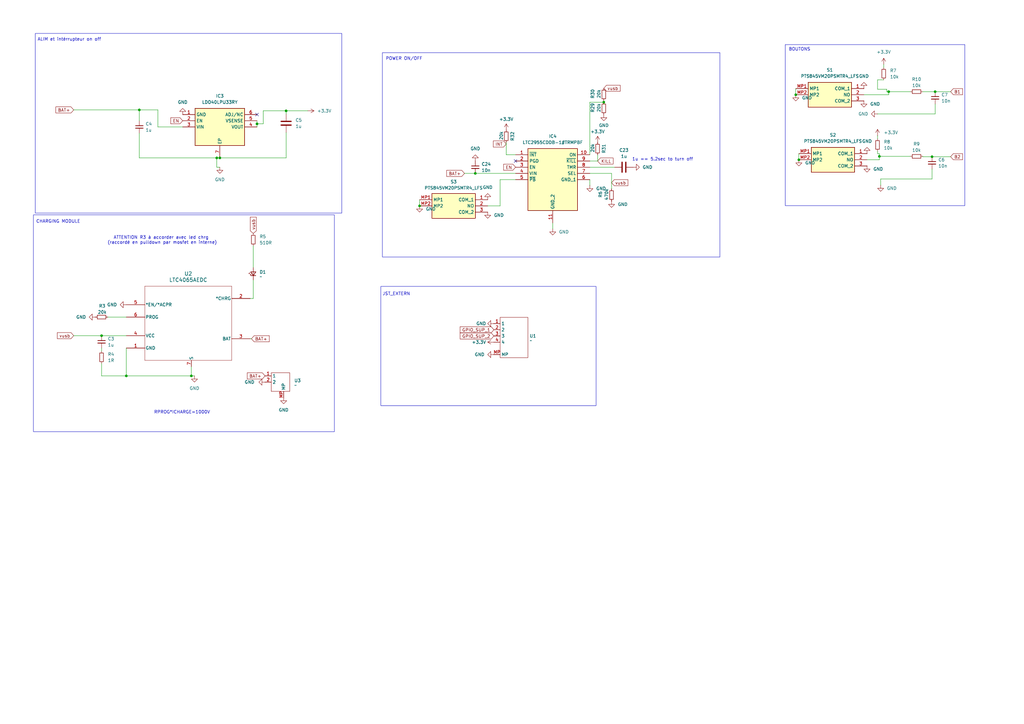
<source format=kicad_sch>
(kicad_sch (version 20250114) (generator "eeschema") (generator_version "9.0")
  (paper "A3")
  (lib_symbols
    (symbol "Device:C" (pin_numbers (hide yes)) (pin_names (offset 0.254))
      (property "Reference" "C" (at 0.635 2.54 0))
      (property "Value" "C" (at 0.635 -2.54 0))
      (symbol "C_0_1"
        (polyline (pts (xy -2.032 0.762) (xy 2.032 0.762)) (stroke (width 0.508)))
        (polyline (pts (xy -2.032 -0.762) (xy 2.032 -0.762)) (stroke (width 0.508)))
      )
      (symbol "C_1_1"
        (pin passive line (at 0 3.81 270) (length 2.794) (name "~") (number "1"))
        (pin passive line (at 0 -3.81 90) (length 2.794) (name "~") (number "2"))
      )
    )
    (symbol "Device:C_Small" (pin_numbers (hide yes)) (pin_names (offset 0.254) (hide yes))
      (property "Reference" "C" (at 0.254 1.778 0))
      (property "Value" "C_Small" (at 0.254 -2.032 0))
      (symbol "C_Small_0_1"
        (polyline (pts (xy -1.524 0.508) (xy 1.524 0.508)) (stroke (width 0.3048)))
        (polyline (pts (xy -1.524 -0.508) (xy 1.524 -0.508)) (stroke (width 0.3302)))
      )
      (symbol "C_Small_1_1"
        (pin passive line (at 0 2.54 270) (length 2.032) (name "~") (number "1"))
        (pin passive line (at 0 -2.54 90) (length 2.032) (name "~") (number "2"))
      )
    )
    (symbol "Device:LED_Small" (pin_numbers (hide yes)) (pin_names (offset 0.254) (hide yes))
      (property "Reference" "D" (at -1.27 3.175 0))
      (property "Value" "LED_Small" (at -4.445 -2.54 0))
      (symbol "LED_Small_0_1"
        (polyline (pts (xy -0.762 -1.016) (xy -0.762 1.016)) (stroke (width 0.254)))
        (polyline (pts (xy 0 0.762) (xy -0.508 1.27) (xy -0.254 1.27) (xy -0.508 1.27) (xy -0.508 1.016)))
        (polyline (pts (xy 0.508 1.27) (xy 0 1.778) (xy 0.254 1.778) (xy 0 1.778) (xy 0 1.524)))
        (polyline (pts (xy 0.762 -1.016) (xy -0.762 0) (xy 0.762 1.016) (xy 0.762 -1.016)) (stroke (width 0.254)))
        (polyline (pts (xy 1.016 0) (xy -0.762 0)))
      )
      (symbol "LED_Small_1_1"
        (pin passive line (at -2.54 0 0) (length 1.778) (name "K") (number "1"))
        (pin passive line (at 2.54 0 180) (length 1.778) (name "A") (number "2"))
      )
    )
    (symbol "Device:R_Small" (pin_numbers (hide yes)) (pin_names (offset 0.254) (hide yes))
      (property "Reference" "R" (at 0.762 0.508 0))
      (property "Value" "R_Small" (at 0.762 -1.016 0))
      (symbol "R_Small_0_1"
        (rectangle (start -0.762 1.778) (end 0.762 -1.778) (stroke (width 0.2032)))
      )
      (symbol "R_Small_1_1"
        (pin passive line (at 0 2.54 270) (length 0.762) (name "~") (number "1"))
        (pin passive line (at 0 -2.54 90) (length 0.762) (name "~") (number "2"))
      )
    )
    (symbol "LTC4065:LTC4065AEDC" (pin_names (offset 0.254))
      (property "Reference" "U2" (at 25.4 12.7 0))
      (property "Value" "LTC4065AEDC" (at 25.4 10.16 0))
      (symbol "LTC4065AEDC_0_1"
        (polyline (pts (xy 7.62 7.62) (xy 7.62 -22.86)) (stroke (width 0.127)))
        (polyline (pts (xy 7.62 -22.86) (xy 43.18 -22.86)) (stroke (width 0.127)))
        (polyline (pts (xy 43.18 7.62) (xy 7.62 7.62)) (stroke (width 0.127)))
        (polyline (pts (xy 43.18 -22.86) (xy 43.18 7.62)) (stroke (width 0.127)))
        (pin power_in line (at 0 -12.7 0) (length 7.62) (name "VCC") (number "4"))
        (pin power_in line (at 0 -17.78 0) (length 7.62) (name "GND") (number "1"))
      )
      (symbol "LTC4065AEDC_1_1"
        (pin free line (at 0 0 0) (length 7.62) (name "*EN/*ACPR") (number "5"))
        (pin free line (at 0 -5.08 0) (length 7.62) (name "PROG") (number "6"))
        (pin passive line (at 26.67 -25.4 90) (length 2.54) (name "S") (number "7"))
        (pin free line (at 50.8 2.54 180) (length 7.62) (name "*CHRG") (number "2"))
        (pin power_out line (at 50.8 -13.97 180) (length 7.62) (name "BAT") (number "3"))
      )
    )
    (symbol "fc_h7:jst_2PIN"
      (property "Reference" "U3" (at 15.748 -3.1749 0))
      (property "Value" "~" (at 15.748 -5.08 0))
      (symbol "jst_2PIN_0_1"
        (rectangle (start 6.35 0) (end 13.97 -7.62))
      )
      (symbol "jst_2PIN_1_1"
        (pin free line (at 3.81 -1.27 0) (length 2.54) (name "1") (number "1"))
        (pin free line (at 3.81 -3.81 0) (length 2.54) (name "2") (number "2"))
        (pin free line (at 11.43 -10.16 90) (length 2.54) (name "MP") (number "MP"))
      )
    )
    (symbol "fc_h7:jst_4_pin"
      (property "Reference" "U" (at 0 0 0))
      (symbol "jst_4_pin_0_1"
        (rectangle (start -6.35 2.54) (end 5.08 -13.97))
      )
      (symbol "jst_4_pin_1_1"
        (pin free line (at -8.89 0 0) (length 2.54) (name "1") (number "1"))
        (pin free line (at -8.89 -2.54 0) (length 2.54) (name "2") (number "2"))
        (pin free line (at -8.89 -5.08 0) (length 2.54) (name "3") (number "3"))
        (pin free line (at -8.89 -7.62 0) (length 2.54) (name "4") (number "4"))
        (pin free line (at -8.89 -12.7 0) (length 2.54) (name "MP") (number "MP"))
      )
    )
    (symbol "ldo40pury:LDO40LPU33RY"
      (property "Reference" "IC" (at 26.67 7.62 0))
      (property "Value" "LDO40LPU33RY" (at 26.67 5.08 0))
      (symbol "LDO40LPU33RY_1_1"
        (rectangle (start 5.08 2.54) (end 25.4 -12.7) (stroke (width 0.254)) (fill (type background)))
        (pin passive line (at 0 0 0) (length 5.08) (name "GND") (number "1"))
        (pin passive line (at 0 -2.54 0) (length 5.08) (name "EN") (number "2"))
        (pin passive line (at 0 -5.08 0) (length 5.08) (name "VIN") (number "3"))
        (pin passive line (at 15.24 -17.78 90) (length 5.08) (name "EP") (number "7"))
        (pin passive line (at 30.48 0 180) (length 5.08) (name "ADJ/NC") (number "6"))
        (pin passive line (at 30.48 -2.54 180) (length 5.08) (name "VSENSE") (number "5"))
        (pin passive line (at 30.48 -5.08 180) (length 5.08) (name "VOUT") (number "4"))
      )
    )
    (symbol "power:+3.3V" (power) (pin_numbers (hide yes)) (pin_names (offset 0) (hide yes))
      (property "Value" "+3.3V" (at 0 3.556 0))
      (symbol "+3.3V_0_1"
        (polyline (pts (xy -0.762 1.27) (xy 0 2.54)))
        (polyline (pts (xy 0 2.54) (xy 0.762 1.27)))
        (polyline (pts (xy 0 0) (xy 0 2.54)))
      )
      (symbol "+3.3V_1_1"
        (pin power_in line (at 0 0 90) (length 0) (name "~") (number "1"))
      )
    )
    (symbol "power:GND" (power) (pin_numbers (hide yes)) (pin_names (offset 0) (hide yes))
      (property "Value" "GND" (at 0 -3.81 0))
      (symbol "GND_0_1"
        (polyline (pts (xy 0 0) (xy 0 -1.27) (xy 1.27 -1.27) (xy 0 -2.54) (xy -1.27 -1.27) (xy 0 -1.27)))
      )
      (symbol "GND_1_1"
        (pin power_in line (at 0 0 270) (length 0) (name "~") (number "1"))
      )
    )
    (symbol "pts845:PTS845VM20PSMTR4_LFS"
      (property "Reference" "S" (at 24.13 7.62 0))
      (property "Value" "PTS845VM20PSMTR4_LFS" (at 24.13 5.08 0))
      (symbol "PTS845VM20PSMTR4_LFS_1_1"
        (rectangle (start 5.08 2.54) (end 22.86 -7.62) (stroke (width 0.254)) (fill (type background)))
        (pin passive line (at 0 0 0) (length 5.08) (name "MP1") (number "MP1"))
        (pin passive line (at 0 -2.54 0) (length 5.08) (name "MP2") (number "MP2"))
        (pin passive line (at 27.94 0 180) (length 5.08) (name "COM_1") (number "1"))
        (pin passive line (at 27.94 -2.54 180) (length 5.08) (name "NO") (number "2"))
        (pin passive line (at 27.94 -5.08 180) (length 5.08) (name "COM_2") (number "3"))
      )
    )
    (symbol "samacsys:LTC2955CDDB-2#TRMPBF"
      (property "Reference" "IC" (at 26.67 7.62 0))
      (property "Value" "LTC2955CDDB-1#TRMPBF" (at 26.67 5.08 0))
      (symbol "LTC2955CDDB-2#TRMPBF_1_1"
        (rectangle (start 5.08 2.54) (end 25.4 -22.86) (stroke (width 0.254)) (fill (type background)))
        (pin passive line (at 0 0 0) (length 5.08) (name "~{INT}") (number "1"))
        (pin passive line (at 0 -2.54 0) (length 5.08) (name "PGD") (number "2"))
        (pin passive line (at 0 -5.08 0) (length 5.08) (name "EN") (number "3"))
        (pin passive line (at 0 -7.62 0) (length 5.08) (name "VIN") (number "4"))
        (pin passive line (at 0 -10.16 0) (length 5.08) (name "~{PB}") (number "5"))
        (pin passive line (at 15.24 -27.94 90) (length 5.08) (name "GND_2") (number "11"))
        (pin passive line (at 30.48 0 180) (length 5.08) (name "ON") (number "10"))
        (pin passive line (at 30.48 -2.54 180) (length 5.08) (name "~{KILL}") (number "9"))
        (pin passive line (at 30.48 -5.08 180) (length 5.08) (name "TMR") (number "8"))
        (pin passive line (at 30.48 -7.62 180) (length 5.08) (name "SEL") (number "7"))
        (pin passive line (at 30.48 -10.16 180) (length 5.08) (name "GND_1") (number "6"))
      )
    )
  )
  (rectangle (start 156.21 117.475) (end 244.475 166.37))
  (rectangle (start 13.716 88.138) (end 137.16 177.038))
  (rectangle (start 322.072 18.288) (end 395.732 84.328))
  (rectangle (start 14.478 13.716) (end 140.208 87.376))
  (rectangle (start 156.845 21.59) (end 295.275 105.41))
  (text "ALIM et intérrupteur on off" (at 28.448 16.256 0) (effects (font (size 1.27 1.27))))
  (text "BOUTONS" (at 327.914 20.32 0) (effects (font (size 1.27 1.27))))
  (text "1u == 5.2sec to turn off" (at 271.78 65.405 0) (effects (font (size 1.27 1.27))))
  (text "JST_EXTERN" (at 162.56 120.65 0) (effects (font (size 1.27 1.27))))
  (text "POWER ON/OFF" (at 165.735 24.13 0) (effects (font (size 1.27 1.27))))
  (text "RPROG*ICHARGE=1000V" (at 74.676 169.164 0) (effects (font (size 1.27 1.27))))
  (text "ATTENTION R3 à accorder avec led chrg \n(raccordé en pulldown par mosfet en interne)\n" (at 66.548 98.552 0) (effects (font (size 1.27 1.27))))
  (text "CHARGING MODULE" (at 23.876 90.932 0) (effects (font (size 1.27 1.27))))
  (junction (at 194.945 71.12))
  (junction (at 41.656 137.668))
  (junction (at 117.348 45.466))
  (junction (at 105.41 50.8))
  (junction (at 326.39 38.862))
  (junction (at 383.54 37.592))
  (junction (at 78.486 154.178))
  (junction (at 247.65 41.91))
  (junction (at 382.27 64.262))
  (junction (at 88.9 64.77))
  (junction (at 57.15 45.085))
  (junction (at 172.085 84.455))
  (junction (at 327.66 65.532))
  (junction (at 90.17 64.77))
  (junction (at 364.49 37.592))
  (junction (at 360.68 64.135))
  (junction (at 51.816 154.178))
  (no_connect (at 105.41 46.99))
  (no_connect (at 211.455 66.04))
  (wire (pts (xy 51.816 142.748) (xy 51.816 154.178)))
  (wire (pts (xy 364.49 38.862) (xy 364.49 37.592)))
  (wire (pts (xy 41.656 149.098) (xy 41.656 154.178)))
  (wire (pts (xy 117.348 45.466) (xy 117.348 46.736)))
  (wire (pts (xy 382.27 69.342) (xy 382.27 73.406)))
  (wire (pts (xy 378.46 64.135) (xy 378.46 64.262)))
  (wire (pts (xy 105.41 50.8) (xy 105.41 52.07)))
  (wire (pts (xy 226.695 91.44) (xy 226.695 93.853)))
  (wire (pts (xy 64.77 52.07) (xy 74.93 52.07)))
  (wire (pts (xy 354.33 38.862) (xy 364.49 38.862)))
  (wire (pts (xy 250.825 71.12) (xy 241.935 71.12)))
  (wire (pts (xy 90.17 64.77) (xy 117.348 64.77)))
  (wire (pts (xy 247.65 41.275) (xy 247.65 41.91)))
  (wire (pts (xy 105.41 50.8) (xy 107.95 50.8)))
  (wire (pts (xy 57.15 64.77) (xy 88.9 64.77)))
  (wire (pts (xy 359.918 36.576) (xy 363.728 36.576)))
  (wire (pts (xy 359.918 32.766) (xy 359.918 36.576)))
  (wire (pts (xy 382.27 64.262) (xy 389.89 64.262)))
  (wire (pts (xy 78.486 154.178) (xy 79.756 154.178)))
  (wire (pts (xy 41.656 154.178) (xy 51.816 154.178)))
  (wire (pts (xy 41.656 137.668) (xy 51.816 137.668)))
  (wire (pts (xy 360.68 62.992) (xy 360.68 64.135)))
  (wire (pts (xy 103.886 100.838) (xy 103.886 109.728)))
  (wire (pts (xy 241.935 68.58) (xy 252.095 68.58)))
  (wire (pts (xy 383.54 37.592) (xy 389.89 37.592)))
  (wire (pts (xy 363.728 36.576) (xy 363.728 37.592)))
  (wire (pts (xy 205.105 73.66) (xy 205.105 84.455)))
  (wire (pts (xy 90.17 68.58) (xy 88.9 68.58)))
  (wire (pts (xy 241.935 41.91) (xy 247.65 41.91)))
  (wire (pts (xy 383.54 42.672) (xy 383.54 46.736)))
  (wire (pts (xy 102.616 138.938) (xy 103.124 138.938)))
  (wire (pts (xy 382.27 73.406) (xy 361.188 73.406)))
  (wire (pts (xy 359.918 46.736) (xy 383.54 46.736)))
  (wire (pts (xy 359.918 32.766) (xy 362.458 32.766)))
  (wire (pts (xy 326.39 36.322) (xy 326.39 38.862)))
  (wire (pts (xy 102.616 122.428) (xy 103.886 122.428)))
  (wire (pts (xy 241.935 63.5) (xy 241.935 41.91)))
  (wire (pts (xy 57.15 45.085) (xy 64.77 45.085)))
  (wire (pts (xy 250.825 77.47) (xy 250.825 71.12)))
  (wire (pts (xy 327.66 62.992) (xy 327.66 65.532)))
  (wire (pts (xy 378.46 37.592) (xy 383.54 37.592)))
  (wire (pts (xy 360.68 64.135) (xy 373.38 64.135)))
  (wire (pts (xy 362.458 27.686) (xy 362.458 26.416)))
  (wire (pts (xy 30.226 137.668) (xy 41.656 137.668)))
  (wire (pts (xy 245.11 66.04) (xy 241.935 66.04)))
  (wire (pts (xy 211.455 63.5) (xy 207.645 63.5)))
  (wire (pts (xy 360.68 64.135) (xy 360.68 65.532)))
  (wire (pts (xy 361.188 73.406) (xy 361.188 75.946)))
  (wire (pts (xy 363.728 37.592) (xy 364.49 37.592)))
  (wire (pts (xy 359.918 62.992) (xy 359.918 61.976)))
  (wire (pts (xy 364.49 37.592) (xy 373.38 37.592)))
  (wire (pts (xy 117.348 54.356) (xy 117.348 64.77)))
  (wire (pts (xy 355.6 65.532) (xy 360.68 65.532)))
  (wire (pts (xy 359.918 56.896) (xy 359.918 55.626)))
  (wire (pts (xy 172.085 81.915) (xy 172.085 84.455)))
  (wire (pts (xy 57.15 54.61) (xy 57.15 64.77)))
  (wire (pts (xy 241.935 73.66) (xy 241.935 76.073)))
  (wire (pts (xy 41.656 142.748) (xy 41.656 144.018)))
  (wire (pts (xy 360.68 62.992) (xy 359.918 62.992)))
  (wire (pts (xy 57.15 45.085) (xy 57.15 49.53)))
  (wire (pts (xy 107.95 45.466) (xy 117.348 45.466)))
  (wire (pts (xy 30.226 45.085) (xy 57.15 45.085)))
  (wire (pts (xy 105.41 49.53) (xy 105.41 50.8)))
  (wire (pts (xy 51.816 154.178) (xy 78.486 154.178)))
  (wire (pts (xy 190.5 71.12) (xy 194.945 71.12)))
  (wire (pts (xy 107.95 50.8) (xy 107.95 45.466)))
  (wire (pts (xy 194.945 71.12) (xy 211.455 71.12)))
  (wire (pts (xy 103.886 122.428) (xy 103.886 114.808)))
  (wire (pts (xy 64.77 52.07) (xy 64.77 45.085)))
  (wire (pts (xy 207.645 63.5) (xy 207.645 58.42)))
  (wire (pts (xy 211.455 73.66) (xy 205.105 73.66)))
  (wire (pts (xy 205.105 84.455) (xy 200.025 84.455)))
  (wire (pts (xy 44.196 130.048) (xy 51.816 130.048)))
  (wire (pts (xy 378.46 64.262) (xy 382.27 64.262)))
  (wire (pts (xy 78.486 150.368) (xy 78.486 154.178)))
  (wire (pts (xy 88.9 64.77) (xy 90.17 64.77)))
  (wire (pts (xy 117.348 45.466) (xy 126.238 45.466)))
  (wire (pts (xy 88.9 64.77) (xy 88.9 68.58)))
  (wire (pts (xy 245.11 63.5) (xy 245.11 66.04)))
  (global_label "vusb" (shape input) (at 247.65 36.195 0) (property "Intersheetrefs" "${INTERSHEET_REFS}" (effects (hide yes))))
  (global_label "vusb" (shape input) (at 103.886 95.758 90) (property "Intersheetrefs" "${INTERSHEET_REFS}" (effects (hide yes))))
  (global_label "BAT+" (shape input) (at 103.124 138.938 0) (property "Intersheetrefs" "${INTERSHEET_REFS}" (effects (hide yes))))
  (global_label "EN" (shape input) (at 211.455 68.58 180) (property "Intersheetrefs" "${INTERSHEET_REFS}" (effects (hide yes))))
  (global_label "BAT+" (shape input) (at 190.5 71.12 180) (property "Intersheetrefs" "${INTERSHEET_REFS}" (effects (hide yes))))
  (global_label "KILL" (shape input) (at 245.11 66.04 0) (property "Intersheetrefs" "${INTERSHEET_REFS}" (effects (hide yes))))
  (global_label "GPIO_SUP_1" (shape input) (at 202.565 135.255 180) (property "Intersheetrefs" "${INTERSHEET_REFS}" (effects (hide yes))))
  (global_label "EN" (shape input) (at 74.93 49.53 180) (property "Intersheetrefs" "${INTERSHEET_REFS}" (effects (hide yes))))
  (global_label "BAT+" (shape input) (at 30.226 45.085 180) (property "Intersheetrefs" "${INTERSHEET_REFS}" (effects (hide yes))))
  (global_label "B2" (shape input) (at 389.89 64.262 0) (property "Intersheetrefs" "${INTERSHEET_REFS}" (effects (hide yes))))
  (global_label "GPIO_SUP_2" (shape input) (at 202.565 137.795 180) (property "Intersheetrefs" "${INTERSHEET_REFS}" (effects (hide yes))))
  (global_label "INT" (shape input) (at 207.645 59.055 180) (property "Intersheetrefs" "${INTERSHEET_REFS}" (effects (hide yes))))
  (global_label "vusb" (shape input) (at 30.226 137.668 180) (property "Intersheetrefs" "${INTERSHEET_REFS}" (effects (hide yes))))
  (global_label "BAT+" (shape input) (at 108.712 154.178 180) (property "Intersheetrefs" "${INTERSHEET_REFS}" (effects (hide yes))))
  (global_label "vusb" (shape input) (at 250.825 74.93 0) (property "Intersheetrefs" "${INTERSHEET_REFS}" (effects (hide yes))))
  (global_label "B1" (shape input) (at 389.89 37.592 0) (property "Intersheetrefs" "${INTERSHEET_REFS}" (effects (hide yes))))
  (symbol (lib_id "power:GND") (at 108.712 156.718 270) (unit 1)
    (property "Reference" "#PWR061" (effects (hide yes)))
    (property "Value" "GND" (at 104.394 156.7179 90) (effects (justify right)))
    (property "Description" "Power symbol creates a global label with name \"GND\" , ground" (effects (hide yes)))
  )
  (symbol (lib_id "pts845:PTS845VM20PSMTR4_LFS") (at 327.66 62.992 0) (unit 1)
    (property "Reference" "S2" (at 341.63 55.372 0))
    (property "Value" "PTS845VM20PSMTR4_LFS" (at 341.63 57.912 0))
    (property "Footprint" "samacsys:PTS845VM20PSMTR4LFS" (effects (hide yes)))
    (property "Datasheet" "https://www.ckswitches.com/media/3009/pts845.pdf" (effects (hide yes)))
    (property "Description" "Tactile Switches 50mA 12VDC, 80gf, Grey Actuator" (effects (hide yes)))
    (property "Height" "3.3" (effects (hide yes)))
    (property "Manufacturer_Name" "C & K COMPONENTS" (effects (hide yes)))
    (property "Manufacturer_Part_Number" "PTS845VM20PSMTR4 LFS" (effects (hide yes)))
    (property "Mouser Part Number" "611-PTS845VM20PSMTR4" (effects (hide yes)))
    (property "Mouser Price/Stock" "https://www.mouser.co.uk/ProductDetail/CK/PTS845VM20PSMTR4-LFS?qs=81r%252BiQLm7BQxQDX8di0zbw%3D%3D" (effects (hide yes)))
    (property "Arrow Part Number" "PTS845VM20PSMTR4 LFS" (effects (hide yes)))
    (property "Arrow Price/Stock" "https://www.arrow.com/en/products/pts845vm20psmtr4lfs/ck?region=nac" (effects (hide yes)))
  )
  (symbol (lib_id "power:GND") (at 354.33 41.402 0) (unit 1)
    (property "Reference" "#PWR058" (effects (hide yes)))
    (property "Value" "GND" (at 356.87 42.6719 0) (effects (justify left)))
    (property "Description" "Power symbol creates a global label with name \"GND\" , ground" (effects (hide yes)))
  )
  (symbol (lib_id "power:GND") (at 194.945 66.04 180) (unit 1)
    (property "Reference" "#PWR076" (effects (hide yes)))
    (property "Value" "GND" (at 194.945 60.96 0))
    (property "Description" "Power symbol creates a global label with name \"GND\" , ground" (effects (hide yes)))
  )
  (symbol (lib_id "power:GND") (at 226.695 93.853 0) (unit 1)
    (property "Reference" "#PWR066" (effects (hide yes)))
    (property "Value" "GND" (at 229.235 95.1229 0) (effects (justify left)))
    (property "Description" "Power symbol creates a global label with name \"GND\" , ground" (effects (hide yes)))
  )
  (symbol (lib_id "power:GND") (at 202.565 132.715 270) (unit 1)
    (property "Reference" "#PWR080" (effects (hide yes)))
    (property "Value" "GND" (at 199.39 132.7149 90) (effects (justify right)))
    (property "Description" "Power symbol creates a global label with name \"GND\" , ground" (effects (hide yes)))
  )
  (symbol (lib_id "Device:R_Small") (at 103.886 98.298 0) (unit 1)
    (property "Reference" "R5" (at 106.426 97.0279 0) (effects (justify left)))
    (property "Value" "510R" (at 106.426 99.5679 0) (effects (justify left)))
    (property "Footprint" "Resistor_SMD:R_0201_0603Metric" (effects (hide yes)))
    (property "Description" "Resistor, small symbol" (effects (hide yes)))
  )
  (symbol (lib_id "power:GND") (at 241.935 76.073 0) (unit 1)
    (property "Reference" "#PWR067" (effects (hide yes)))
    (property "Value" "GND" (at 244.475 77.3429 0) (effects (justify left)))
    (property "Description" "Power symbol creates a global label with name \"GND\" , ground" (effects (hide yes)))
  )
  (symbol (lib_id "power:GND") (at 39.116 130.048 270) (unit 1)
    (property "Reference" "#PWR02" (effects (hide yes)))
    (property "Value" "GND" (at 35.306 130.0479 90) (effects (justify right)))
    (property "Description" "Power symbol creates a global label with name \"GND\" , ground" (effects (hide yes)))
  )
  (symbol (lib_id "power:GND") (at 79.756 154.178 0) (unit 1)
    (property "Reference" "#PWR04" (effects (hide yes)))
    (property "Value" "GND" (at 79.756 159.258 0))
    (property "Description" "Power symbol creates a global label with name \"GND\" , ground" (effects (hide yes)))
  )
  (symbol (lib_id "power:GND") (at 200.025 81.915 180) (unit 1)
    (property "Reference" "#PWR074" (effects (hide yes)))
    (property "Value" "GND" (at 200.025 76.835 0))
    (property "Description" "Power symbol creates a global label with name \"GND\" , ground" (effects (hide yes)))
  )
  (symbol (lib_id "power:+3.3V") (at 202.565 140.335 90) (unit 1)
    (property "Reference" "#PWR09" (effects (hide yes)))
    (property "Value" "+3.3V" (at 199.39 140.3349 90) (effects (justify left)))
    (property "Description" "Power symbol creates a global label with name \"+3.3V\"" (effects (hide yes)))
  )
  (symbol (lib_id "power:GND") (at 247.65 46.99 0) (unit 1)
    (property "Reference" "#PWR078" (effects (hide yes)))
    (property "Value" "GND" (at 247.65 51.435 0))
    (property "Description" "Power symbol creates a global label with name \"GND\" , ground" (effects (hide yes)))
  )
  (symbol (lib_id "Device:R_Small") (at 245.11 60.96 180) (unit 1)
    (property "Reference" "R31" (at 247.65 60.96 90))
    (property "Value" "20k" (at 243.078 60.706 90))
    (property "Footprint" "Resistor_SMD:R_0201_0603Metric" (effects (hide yes)))
    (property "Description" "Resistor, small symbol" (effects (hide yes)))
  )
  (symbol (lib_id "power:GND") (at 116.332 163.068 0) (unit 1)
    (property "Reference" "#PWR036" (effects (hide yes)))
    (property "Value" "GND" (at 116.332 168.148 0))
    (property "Description" "Power symbol creates a global label with name \"GND\" , ground" (effects (hide yes)))
  )
  (symbol (lib_id "Device:R_Small") (at 375.92 37.592 90) (unit 1)
    (property "Reference" "R10" (at 375.92 32.512 90))
    (property "Value" "10k" (at 375.92 35.052 90))
    (property "Footprint" "Resistor_SMD:R_0201_0603Metric" (effects (hide yes)))
    (property "Description" "Resistor, small symbol" (effects (hide yes)))
  )
  (symbol (lib_id "fc_h7:jst_2PIN") (at 104.902 152.908 0) (unit 1)
    (property "Reference" "U3" (at 120.65 156.0829 0) (effects (justify left)))
    (property "Value" "~" (at 120.65 157.988 0) (effects (justify left)))
    (property "Footprint" "Connector_JST:JST_SH_BM02B-SRSS-TB_1x02-1MP_P1.00mm_Vertical" (effects (hide yes)))
  )
  (symbol (lib_id "Device:C_Small") (at 383.54 40.132 0) (unit 1)
    (property "Reference" "C7" (at 386.08 38.8682 0) (effects (justify left)))
    (property "Value" "10n" (at 386.08 41.4082 0) (effects (justify left)))
    (property "Footprint" "Capacitor_SMD:C_0201_0603Metric" (effects (hide yes)))
    (property "Description" "Unpolarized capacitor, small symbol" (effects (hide yes)))
  )
  (symbol (lib_id "power:GND") (at 259.715 68.58 90) (unit 1)
    (property "Reference" "#PWR075" (effects (hide yes)))
    (property "Value" "GND" (at 263.525 68.5799 90) (effects (justify right)))
    (property "Description" "Power symbol creates a global label with name \"GND\" , ground" (effects (hide yes)))
  )
  (symbol (lib_id "power:GND") (at 354.33 36.322 180) (unit 1)
    (property "Reference" "#PWR059" (effects (hide yes)))
    (property "Value" "GND" (at 354.33 31.242 0))
    (property "Description" "Power symbol creates a global label with name \"GND\" , ground" (effects (hide yes)))
  )
  (symbol (lib_id "power:GND") (at 202.565 145.415 270) (unit 1)
    (property "Reference" "#PWR081" (effects (hide yes)))
    (property "Value" "GND" (at 198.755 145.4149 90) (effects (justify right)))
    (property "Description" "Power symbol creates a global label with name \"GND\" , ground" (effects (hide yes)))
  )
  (symbol (lib_id "power:+3.3V") (at 126.238 45.466 270) (unit 1)
    (property "Reference" "#PWR06" (effects (hide yes)))
    (property "Value" "+3.3V" (at 130.048 45.4659 90) (effects (justify left)))
    (property "Description" "Power symbol creates a global label with name \"+3.3V\"" (effects (hide yes)))
  )
  (symbol (lib_id "Device:R_Small") (at 41.656 130.048 90) (unit 1)
    (property "Reference" "R3" (at 41.91 125.476 90))
    (property "Value" "20k" (at 41.91 128.016 90))
    (property "Footprint" "Resistor_SMD:R_0201_0603Metric" (effects (hide yes)))
    (property "Description" "Resistor, small symbol" (effects (hide yes)))
  )
  (symbol (lib_id "pts845:PTS845VM20PSMTR4_LFS") (at 172.085 81.915 0) (unit 1)
    (property "Reference" "S3" (at 186.055 74.549 0))
    (property "Value" "PTS845VM20PSMTR4_LFS" (at 186.055 77.089 0))
    (property "Footprint" "samacsys:PTS845VM20PSMTR4LFS" (effects (hide yes)))
    (property "Datasheet" "https://www.ckswitches.com/media/3009/pts845.pdf" (effects (hide yes)))
    (property "Description" "Tactile Switches 50mA 12VDC, 80gf, Grey Actuator" (effects (hide yes)))
    (property "Height" "3.3" (effects (hide yes)))
    (property "Manufacturer_Name" "C & K COMPONENTS" (effects (hide yes)))
    (property "Manufacturer_Part_Number" "PTS845VM20PSMTR4 LFS" (effects (hide yes)))
    (property "Mouser Part Number" "611-PTS845VM20PSMTR4" (effects (hide yes)))
    (property "Mouser Price/Stock" "https://www.mouser.co.uk/ProductDetail/CK/PTS845VM20PSMTR4-LFS?qs=81r%252BiQLm7BQxQDX8di0zbw%3D%3D" (effects (hide yes)))
    (property "Arrow Part Number" "PTS845VM20PSMTR4 LFS" (effects (hide yes)))
    (property "Arrow Price/Stock" "https://www.arrow.com/en/products/pts845vm20psmtr4lfs/ck?region=nac" (effects (hide yes)))
  )
  (symbol (lib_id "Device:R_Small") (at 207.645 55.88 180) (unit 1)
    (property "Reference" "R32" (at 210.185 55.88 90))
    (property "Value" "20k" (at 205.613 55.626 90))
    (property "Footprint" "Resistor_SMD:R_0201_0603Metric" (effects (hide yes)))
    (property "Description" "Resistor, small symbol" (effects (hide yes)))
  )
  (symbol (lib_id "power:GND") (at 326.39 38.862 0) (unit 1)
    (property "Reference" "#PWR060" (effects (hide yes)))
    (property "Value" "GND" (at 328.93 40.1319 0) (effects (justify left)))
    (property "Description" "Power symbol creates a global label with name \"GND\" , ground" (effects (hide yes)))
  )
  (symbol (lib_id "power:+3.3V") (at 362.458 26.416 0) (unit 1)
    (property "Reference" "#PWR013" (effects (hide yes)))
    (property "Value" "+3.3V" (at 362.458 21.336 0))
    (property "Description" "Power symbol creates a global label with name \"+3.3V\"" (effects (hide yes)))
  )
  (symbol (lib_id "Device:R_Small") (at 375.92 64.135 90) (unit 1)
    (property "Reference" "R9" (at 375.92 59.055 90))
    (property "Value" "10k" (at 375.92 61.595 90))
    (property "Footprint" "Resistor_SMD:R_0201_0603Metric" (effects (hide yes)))
    (property "Description" "Resistor, small symbol" (effects (hide yes)))
  )
  (symbol (lib_id "power:+3.3V") (at 245.11 58.42 0) (unit 1)
    (property "Reference" "#PWR07" (effects (hide yes)))
    (property "Value" "+3.3V" (at 245.11 53.975 0))
    (property "Description" "Power symbol creates a global label with name \"+3.3V\"" (effects (hide yes)))
  )
  (symbol (lib_id "Device:C_Small") (at 57.15 52.07 0) (unit 1)
    (property "Reference" "C4" (at 59.69 50.8062 0) (effects (justify left)))
    (property "Value" "1u" (at 59.69 53.3462 0) (effects (justify left)))
    (property "Footprint" "Capacitor_SMD:C_0402_1005Metric" (effects (hide yes)))
    (property "Description" "Unpolarized capacitor, small symbol" (effects (hide yes)))
  )
  (symbol (lib_id "power:GND") (at 355.6 62.992 180) (unit 1)
    (property "Reference" "#PWR057" (effects (hide yes)))
    (property "Value" "GND" (at 355.6 57.912 0))
    (property "Description" "Power symbol creates a global label with name \"GND\" , ground" (effects (hide yes)))
  )
  (symbol (lib_id "power:+3.3V") (at 207.645 53.34 0) (unit 1)
    (property "Reference" "#PWR08" (effects (hide yes)))
    (property "Value" "+3.3V" (at 207.645 48.895 0))
    (property "Description" "Power symbol creates a global label with name \"+3.3V\"" (effects (hide yes)))
  )
  (symbol (lib_id "Device:C") (at 255.905 68.58 90) (unit 1)
    (property "Reference" "C23" (at 255.905 61.595 90))
    (property "Value" "1u" (at 255.905 64.135 90))
    (property "Footprint" "Capacitor_SMD:C_0402_1005Metric" (effects (hide yes)))
    (property "Description" "Unpolarized capacitor" (effects (hide yes)))
  )
  (symbol (lib_id "power:GND") (at 90.17 68.58 0) (unit 1)
    (property "Reference" "#PWR05" (effects (hide yes)))
    (property "Value" "GND" (at 90.17 73.66 0))
    (property "Description" "Power symbol creates a global label with name \"GND\" , ground" (effects (hide yes)))
  )
  (symbol (lib_id "Device:LED_Small") (at 103.886 112.268 90) (unit 1)
    (property "Reference" "D1" (at 106.426 111.5694 90) (effects (justify right)))
    (property "Value" "~" (at 106.426 113.4745 90) (effects (justify right)))
    (property "Footprint" "LED_SMD:LED_0402_1005Metric" (effects (hide yes)))
    (property "Description" "Light emitting diode, small symbol" (effects (hide yes)))
  )
  (symbol (lib_id "samacsys:LTC2955CDDB-2#TRMPBF") (at 211.455 63.5 0) (unit 1)
    (property "Reference" "IC4" (at 226.695 55.88 0))
    (property "Value" "LTC2955CDDB-1#TRMPBF" (at 226.695 58.42 0))
    (property "Footprint" "samacsys:SON50P200X300X80-11N-D" (effects (hide yes)))
    (property "Datasheet" "https://datasheet.datasheetarchive.com/originals/distributors/Datasheets-SFU1/DSASFU10008450.pdf" (effects (hide yes)))
    (property "Description" "Pushbutton On/Off Controller with Automatic Turn-On" (effects (hide yes)))
    (property "Height" "0.8" (effects (hide yes)))
    (property "Manufacturer_Name" "Analog Devices" (effects (hide yes)))
    (property "Manufacturer_Part_Number" "LTC2955CDDB-2#TRMPBF" (effects (hide yes)))
    (property "Mouser Part Number" "584-C2955CDDB-2TMPF" (effects (hide yes)))
    (property "Mouser Price/Stock" "https://www.mouser.co.uk/ProductDetail/Analog-Devices/LTC2955CDDB-2TRMPBF?qs=hVkxg5c3xu85EnUZHVDmnw%3D%3D" (effects (hide yes)))
    (property "Arrow Part Number" "LTC2955CDDB-2#TRMPBF" (effects (hide yes)))
    (property "Arrow Price/Stock" "https://www.arrow.com/en/products/ltc2955cddb-2trmpbf/linear-technology" (effects (hide yes)))
  )
  (symbol (lib_id "power:GND") (at 355.6 68.072 0) (unit 1)
    (property "Reference" "#PWR055" (effects (hide yes)))
    (property "Value" "GND" (at 358.14 69.3419 0) (effects (justify left)))
    (property "Description" "Power symbol creates a global label with name \"GND\" , ground" (effects (hide yes)))
  )
  (symbol (lib_id "power:GND") (at 74.93 46.99 180) (unit 1)
    (property "Reference" "#PWR054" (effects (hide yes)))
    (property "Value" "GND" (at 74.93 41.91 0))
    (property "Description" "Power symbol creates a global label with name \"GND\" , ground" (effects (hide yes)))
  )
  (symbol (lib_id "Device:C_Small") (at 41.656 140.208 0) (unit 1)
    (property "Reference" "C3" (at 44.196 138.9442 0) (effects (justify left)))
    (property "Value" "1u" (at 44.196 141.4842 0) (effects (justify left)))
    (property "Footprint" "Capacitor_SMD:C_0402_1005Metric" (effects (hide yes)))
    (property "Description" "Unpolarized capacitor, small symbol" (effects (hide yes)))
  )
  (symbol (lib_id "power:GND") (at 250.825 82.55 0) (unit 1)
    (property "Reference" "#PWR077" (effects (hide yes)))
    (property "Value" "GND" (at 253.365 83.8199 0) (effects (justify left)))
    (property "Description" "Power symbol creates a global label with name \"GND\" , ground" (effects (hide yes)))
  )
  (symbol (lib_id "power:GND") (at 359.918 46.736 270) (unit 1)
    (property "Reference" "#PWR012" (effects (hide yes)))
    (property "Value" "GND" (at 356.108 46.7359 90) (effects (justify right)))
    (property "Description" "Power symbol creates a global label with name \"GND\" , ground" (effects (hide yes)))
  )
  (symbol (lib_id "pts845:PTS845VM20PSMTR4_LFS") (at 326.39 36.322 0) (unit 1)
    (property "Reference" "S1" (at 340.36 28.702 0))
    (property "Value" "PTS845VM20PSMTR4_LFS" (at 340.36 31.242 0))
    (property "Footprint" "samacsys:PTS845VM20PSMTR4LFS" (effects (hide yes)))
    (property "Datasheet" "https://www.ckswitches.com/media/3009/pts845.pdf" (effects (hide yes)))
    (property "Description" "Tactile Switches 50mA 12VDC, 80gf, Grey Actuator" (effects (hide yes)))
    (property "Height" "3.3" (effects (hide yes)))
    (property "Manufacturer_Name" "C & K COMPONENTS" (effects (hide yes)))
    (property "Manufacturer_Part_Number" "PTS845VM20PSMTR4 LFS" (effects (hide yes)))
    (property "Mouser Part Number" "611-PTS845VM20PSMTR4" (effects (hide yes)))
    (property "Mouser Price/Stock" "https://www.mouser.co.uk/ProductDetail/CK/PTS845VM20PSMTR4-LFS?qs=81r%252BiQLm7BQxQDX8di0zbw%3D%3D" (effects (hide yes)))
    (property "Arrow Part Number" "PTS845VM20PSMTR4 LFS" (effects (hide yes)))
    (property "Arrow Price/Stock" "https://www.arrow.com/en/products/pts845vm20psmtr4lfs/ck?region=nac" (effects (hide yes)))
  )
  (symbol (lib_id "power:GND") (at 200.025 86.995 0) (unit 1)
    (property "Reference" "#PWR073" (effects (hide yes)))
    (property "Value" "GND" (at 202.565 88.2649 0) (effects (justify left)))
    (property "Description" "Power symbol creates a global label with name \"GND\" , ground" (effects (hide yes)))
  )
  (symbol (lib_id "fc_h7:jst_4_pin") (at 211.455 132.715 0) (unit 1)
    (property "Reference" "U1" (at 217.17 137.7949 0) (effects (justify left)))
    (property "Value" "~" (at 217.17 139.7 0) (effects (justify left)))
    (property "Footprint" "Connector_JST:JST_GH_SM04B-GHS-TB_1x04-1MP_P1.25mm_Horizontal" (effects (hide yes)))
  )
  (symbol (lib_id "power:GND") (at 327.66 65.532 0) (unit 1)
    (property "Reference" "#PWR056" (effects (hide yes)))
    (property "Value" "GND" (at 330.2 66.8019 0) (effects (justify left)))
    (property "Description" "Power symbol creates a global label with name \"GND\" , ground" (effects (hide yes)))
  )
  (symbol (lib_id "Device:C_Small") (at 194.945 68.58 0) (unit 1)
    (property "Reference" "C24" (at 197.485 67.3162 0) (effects (justify left)))
    (property "Value" "10n" (at 197.485 69.8562 0) (effects (justify left)))
    (property "Footprint" "Capacitor_SMD:C_0201_0603Metric" (effects (hide yes)))
    (property "Description" "Unpolarized capacitor, small symbol" (effects (hide yes)))
  )
  (symbol (lib_id "Device:R_Small") (at 247.65 44.45 180) (unit 1)
    (property "Reference" "R29" (at 243.078 44.196 90))
    (property "Value" "20k" (at 245.618 44.196 90))
    (property "Footprint" "Resistor_SMD:R_0201_0603Metric" (effects (hide yes)))
    (property "Description" "Resistor, small symbol" (effects (hide yes)))
  )
  (symbol (lib_id "Device:C_Small") (at 382.27 66.802 0) (unit 1)
    (property "Reference" "C6" (at 384.81 65.5382 0) (effects (justify left)))
    (property "Value" "10n" (at 384.81 68.0782 0) (effects (justify left)))
    (property "Footprint" "Capacitor_SMD:C_0201_0603Metric" (effects (hide yes)))
    (property "Description" "Unpolarized capacitor, small symbol" (effects (hide yes)))
  )
  (symbol (lib_id "LTC4065:LTC4065AEDC") (at 51.816 124.968 0) (unit 1)
    (property "Reference" "U2" (at 77.216 112.268 0) (effects (font (size 1.524 1.524))))
    (property "Value" "LTC4065AEDC" (at 77.216 114.808 0) (effects (font (size 1.524 1.524))))
    (property "Footprint" "ltc4065:DFN-6_DC_LIT" (effects (hide yes)))
    (property "Datasheet" "https://www.analog.com/media/en/technical-documentation/data-sheets/4065fb.pdf" (effects (hide yes)))
    (property "Description" "LTC4065AEDC" (effects (hide yes)))
  )
  (symbol (lib_id "Device:R_Small") (at 362.458 30.226 0) (unit 1)
    (property "Reference" "R7" (at 364.998 28.9559 0) (effects (justify left)))
    (property "Value" "10k" (at 364.998 31.4959 0) (effects (justify left)))
    (property "Footprint" "Resistor_SMD:R_0201_0603Metric" (effects (hide yes)))
    (property "Description" "Resistor, small symbol" (effects (hide yes)))
  )
  (symbol (lib_id "power:GND") (at 172.085 84.455 0) (unit 1)
    (property "Reference" "#PWR065" (effects (hide yes)))
    (property "Value" "GND" (at 174.625 85.7249 0) (effects (justify left)))
    (property "Description" "Power symbol creates a global label with name \"GND\" , ground" (effects (hide yes)))
  )
  (symbol (lib_id "ldo40pury:LDO40LPU33RY") (at 74.93 46.99 0) (unit 1)
    (property "Reference" "IC3" (at 90.17 39.37 0))
    (property "Value" "LDO40LPU33RY" (at 90.17 41.91 0))
    (property "Footprint" "ldo40pury:SON95P300X300X90-7N-D" (effects (hide yes)))
    (property "Datasheet" "https://www.st.com/resource/en/datasheet/ldo40l.pdf" (effects (hide yes)))
    (property "Description" "LDO Voltage Regulators POWER MANAGEMENT" (effects (hide yes)))
    (property "Height" "0.9" (effects (hide yes)))
    (property "Manufacturer_Name" "STMicroelectronics" (effects (hide yes)))
    (property "Manufacturer_Part_Number" "LDO40LPU33RY" (effects (hide yes)))
    (property "Mouser Part Number" "511-LDO40LPU33RY" (effects (hide yes)))
    (property "Mouser Price/Stock" "https://www.mouser.co.uk/ProductDetail/STMicroelectronics/LDO40LPU33RY?qs=qSfuJ%252Bfl%2Fd5qazWclm%2Ffpg%3D%3D" (effects (hide yes)))
    (property "Arrow Part Number" "LDO40LPU33RY" (effects (hide yes)))
    (property "Arrow Price/Stock" "https://www.arrow.com/en/products/ldo40lpu33ry/stmicroelectronics?utm_currency=USD&region=europe" (effects (hide yes)))
  )
  (symbol (lib_id "power:GND") (at 361.188 75.946 0) (unit 1)
    (property "Reference" "#PWR015" (effects (hide yes)))
    (property "Value" "GND" (at 363.728 77.2159 0) (effects (justify left)))
    (property "Description" "Power symbol creates a global label with name \"GND\" , ground" (effects (hide yes)))
  )
  (symbol (lib_id "Device:R_Small") (at 250.825 80.01 180) (unit 1)
    (property "Reference" "R6" (at 246.253 79.756 90))
    (property "Value" "470k" (at 248.793 79.756 90))
    (property "Footprint" "Resistor_SMD:R_0201_0603Metric" (effects (hide yes)))
    (property "Description" "Resistor, small symbol" (effects (hide yes)))
  )
  (symbol (lib_id "power:GND") (at 51.816 124.968 270) (unit 1)
    (property "Reference" "#PWR03" (effects (hide yes)))
    (property "Value" "GND" (at 48.006 124.9679 90) (effects (justify right)))
    (property "Description" "Power symbol creates a global label with name \"GND\" , ground" (effects (hide yes)))
  )
  (symbol (lib_id "Device:R_Small") (at 41.656 146.558 0) (unit 1)
    (property "Reference" "R4" (at 44.196 145.2879 0) (effects (justify left)))
    (property "Value" "1R" (at 44.196 147.8279 0) (effects (justify left)))
    (property "Footprint" "Resistor_SMD:R_0201_0603Metric" (effects (hide yes)))
    (property "Description" "Resistor, small symbol" (effects (hide yes)))
  )
  (symbol (lib_id "power:+3.3V") (at 359.918 55.626 0) (unit 1)
    (property "Reference" "#PWR014" (effects (hide yes)))
    (property "Value" "+3.3V" (at 362.458 54.3559 0) (effects (justify left)))
    (property "Description" "Power symbol creates a global label with name \"+3.3V\"" (effects (hide yes)))
  )
  (symbol (lib_id "Device:R_Small") (at 359.918 59.436 0) (unit 1)
    (property "Reference" "R8" (at 362.458 58.1659 0) (effects (justify left)))
    (property "Value" "10k" (at 362.458 60.7059 0) (effects (justify left)))
    (property "Footprint" "Resistor_SMD:R_0201_0603Metric" (effects (hide yes)))
    (property "Description" "Resistor, small symbol" (effects (hide yes)))
  )
  (symbol (lib_id "Device:C") (at 117.348 50.546 0) (unit 1)
    (property "Reference" "C5" (at 121.158 49.2759 0) (effects (justify left)))
    (property "Value" "1u" (at 121.158 51.8159 0) (effects (justify left)))
    (property "Footprint" "Capacitor_SMD:C_0402_1005Metric" (effects (hide yes)))
    (property "Description" "Unpolarized capacitor" (effects (hide yes)))
  )
  (symbol (lib_id "Device:R_Small") (at 247.65 38.735 180) (unit 1)
    (property "Reference" "R30" (at 243.078 38.481 90))
    (property "Value" "20k" (at 245.618 38.481 90))
    (property "Footprint" "Resistor_SMD:R_0201_0603Metric" (effects (hide yes)))
    (property "Description" "Resistor, small symbol" (effects (hide yes)))
  )
)
</source>
